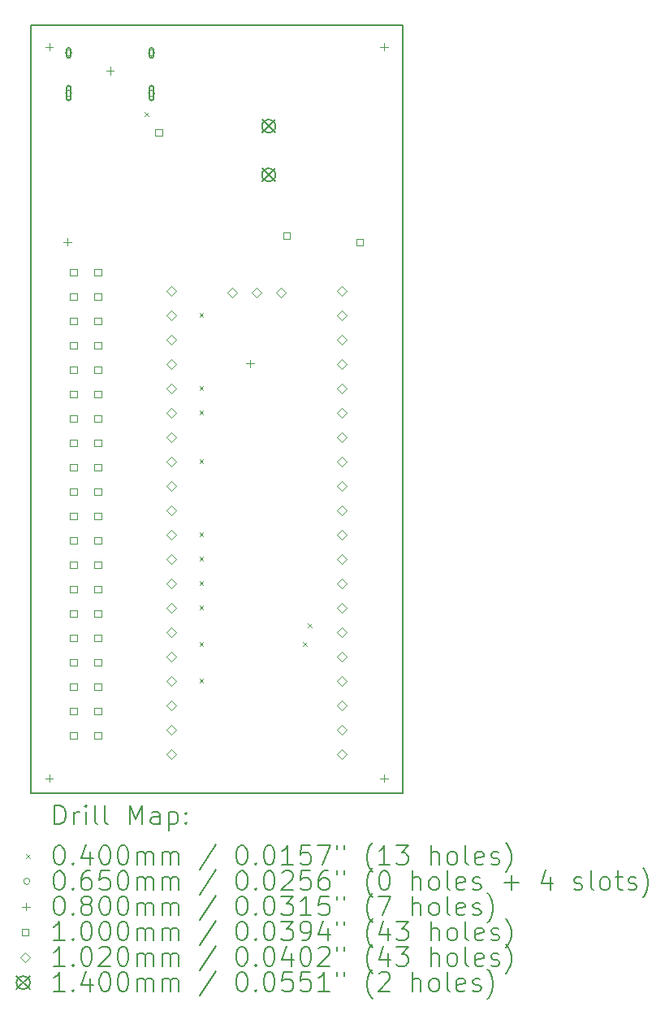
<source format=gbr>
%FSLAX45Y45*%
G04 Gerber Fmt 4.5, Leading zero omitted, Abs format (unit mm)*
G04 Created by KiCad (PCBNEW (6.0.4)) date 2022-03-30 16:46:37*
%MOMM*%
%LPD*%
G01*
G04 APERTURE LIST*
%TA.AperFunction,Profile*%
%ADD10C,0.200000*%
%TD*%
%ADD11C,0.200000*%
%ADD12C,0.040000*%
%ADD13C,0.065000*%
%ADD14C,0.080000*%
%ADD15C,0.100000*%
%ADD16C,0.102000*%
%ADD17C,0.140000*%
G04 APERTURE END LIST*
D10*
X10350500Y-1492250D02*
X14224000Y-1492250D01*
X14224000Y-1492250D02*
X14224000Y-9493250D01*
X14224000Y-9493250D02*
X10350500Y-9493250D01*
X10350500Y-9493250D02*
X10350500Y-1492250D01*
D11*
D12*
X11537000Y-2393000D02*
X11577000Y-2433000D01*
X11577000Y-2393000D02*
X11537000Y-2433000D01*
X12108500Y-4488500D02*
X12148500Y-4528500D01*
X12148500Y-4488500D02*
X12108500Y-4528500D01*
X12108500Y-5250500D02*
X12148500Y-5290500D01*
X12148500Y-5250500D02*
X12108500Y-5290500D01*
X12108500Y-5504500D02*
X12148500Y-5544500D01*
X12148500Y-5504500D02*
X12108500Y-5544500D01*
X12108500Y-6012500D02*
X12148500Y-6052500D01*
X12148500Y-6012500D02*
X12108500Y-6052500D01*
X12108500Y-6774500D02*
X12148500Y-6814500D01*
X12148500Y-6774500D02*
X12108500Y-6814500D01*
X12108500Y-7028500D02*
X12148500Y-7068500D01*
X12148500Y-7028500D02*
X12108500Y-7068500D01*
X12108500Y-7282500D02*
X12148500Y-7322500D01*
X12148500Y-7282500D02*
X12108500Y-7322500D01*
X12108500Y-7536500D02*
X12148500Y-7576500D01*
X12148500Y-7536500D02*
X12108500Y-7576500D01*
X12108500Y-7917500D02*
X12148500Y-7957500D01*
X12148500Y-7917500D02*
X12108500Y-7957500D01*
X12108500Y-8298500D02*
X12148500Y-8338500D01*
X12148500Y-8298500D02*
X12108500Y-8338500D01*
X13188000Y-7917500D02*
X13228000Y-7957500D01*
X13228000Y-7917500D02*
X13188000Y-7957500D01*
X13240050Y-7718050D02*
X13280050Y-7758050D01*
X13280050Y-7718050D02*
X13240050Y-7758050D01*
D13*
X10776500Y-1778000D02*
G75*
G03*
X10776500Y-1778000I-32500J0D01*
G01*
D11*
X10766500Y-1808000D02*
X10766500Y-1748000D01*
X10721500Y-1808000D02*
X10721500Y-1748000D01*
X10766500Y-1748000D02*
G75*
G03*
X10721500Y-1748000I-22500J0D01*
G01*
X10721500Y-1808000D02*
G75*
G03*
X10766500Y-1808000I22500J0D01*
G01*
D13*
X10776500Y-2196000D02*
G75*
G03*
X10776500Y-2196000I-32500J0D01*
G01*
D11*
X10766500Y-2251000D02*
X10766500Y-2141000D01*
X10721500Y-2251000D02*
X10721500Y-2141000D01*
X10766500Y-2141000D02*
G75*
G03*
X10721500Y-2141000I-22500J0D01*
G01*
X10721500Y-2251000D02*
G75*
G03*
X10766500Y-2251000I22500J0D01*
G01*
D13*
X11640500Y-1778000D02*
G75*
G03*
X11640500Y-1778000I-32500J0D01*
G01*
D11*
X11630500Y-1808000D02*
X11630500Y-1748000D01*
X11585500Y-1808000D02*
X11585500Y-1748000D01*
X11630500Y-1748000D02*
G75*
G03*
X11585500Y-1748000I-22500J0D01*
G01*
X11585500Y-1808000D02*
G75*
G03*
X11630500Y-1808000I22500J0D01*
G01*
D13*
X11640500Y-2196000D02*
G75*
G03*
X11640500Y-2196000I-32500J0D01*
G01*
D11*
X11630500Y-2251000D02*
X11630500Y-2141000D01*
X11585500Y-2251000D02*
X11585500Y-2141000D01*
X11630500Y-2141000D02*
G75*
G03*
X11585500Y-2141000I-22500J0D01*
G01*
X11585500Y-2251000D02*
G75*
G03*
X11630500Y-2251000I22500J0D01*
G01*
D14*
X10541000Y-1674500D02*
X10541000Y-1754500D01*
X10501000Y-1714500D02*
X10581000Y-1714500D01*
X10541000Y-9294500D02*
X10541000Y-9374500D01*
X10501000Y-9334500D02*
X10581000Y-9334500D01*
X10731500Y-3706500D02*
X10731500Y-3786500D01*
X10691500Y-3746500D02*
X10771500Y-3746500D01*
X11176000Y-1924250D02*
X11176000Y-2004250D01*
X11136000Y-1964250D02*
X11216000Y-1964250D01*
X12635902Y-4974735D02*
X12635902Y-5054735D01*
X12595902Y-5014735D02*
X12675902Y-5014735D01*
X14033500Y-1674500D02*
X14033500Y-1754500D01*
X13993500Y-1714500D02*
X14073500Y-1714500D01*
X14033500Y-9294500D02*
X14033500Y-9374500D01*
X13993500Y-9334500D02*
X14073500Y-9334500D01*
D15*
X10830356Y-4099356D02*
X10830356Y-4028644D01*
X10759644Y-4028644D01*
X10759644Y-4099356D01*
X10830356Y-4099356D01*
X10830356Y-4353356D02*
X10830356Y-4282644D01*
X10759644Y-4282644D01*
X10759644Y-4353356D01*
X10830356Y-4353356D01*
X10830356Y-4607356D02*
X10830356Y-4536644D01*
X10759644Y-4536644D01*
X10759644Y-4607356D01*
X10830356Y-4607356D01*
X10830356Y-4861356D02*
X10830356Y-4790644D01*
X10759644Y-4790644D01*
X10759644Y-4861356D01*
X10830356Y-4861356D01*
X10830356Y-5115356D02*
X10830356Y-5044644D01*
X10759644Y-5044644D01*
X10759644Y-5115356D01*
X10830356Y-5115356D01*
X10830356Y-5369356D02*
X10830356Y-5298644D01*
X10759644Y-5298644D01*
X10759644Y-5369356D01*
X10830356Y-5369356D01*
X10830356Y-5623356D02*
X10830356Y-5552644D01*
X10759644Y-5552644D01*
X10759644Y-5623356D01*
X10830356Y-5623356D01*
X10830356Y-5877356D02*
X10830356Y-5806644D01*
X10759644Y-5806644D01*
X10759644Y-5877356D01*
X10830356Y-5877356D01*
X10830356Y-6131356D02*
X10830356Y-6060644D01*
X10759644Y-6060644D01*
X10759644Y-6131356D01*
X10830356Y-6131356D01*
X10830356Y-6385356D02*
X10830356Y-6314644D01*
X10759644Y-6314644D01*
X10759644Y-6385356D01*
X10830356Y-6385356D01*
X10830356Y-6639356D02*
X10830356Y-6568644D01*
X10759644Y-6568644D01*
X10759644Y-6639356D01*
X10830356Y-6639356D01*
X10830356Y-6893356D02*
X10830356Y-6822644D01*
X10759644Y-6822644D01*
X10759644Y-6893356D01*
X10830356Y-6893356D01*
X10830356Y-7147356D02*
X10830356Y-7076644D01*
X10759644Y-7076644D01*
X10759644Y-7147356D01*
X10830356Y-7147356D01*
X10830356Y-7401356D02*
X10830356Y-7330644D01*
X10759644Y-7330644D01*
X10759644Y-7401356D01*
X10830356Y-7401356D01*
X10830356Y-7655356D02*
X10830356Y-7584644D01*
X10759644Y-7584644D01*
X10759644Y-7655356D01*
X10830356Y-7655356D01*
X10830356Y-7909356D02*
X10830356Y-7838644D01*
X10759644Y-7838644D01*
X10759644Y-7909356D01*
X10830356Y-7909356D01*
X10830356Y-8163356D02*
X10830356Y-8092644D01*
X10759644Y-8092644D01*
X10759644Y-8163356D01*
X10830356Y-8163356D01*
X10830356Y-8417356D02*
X10830356Y-8346644D01*
X10759644Y-8346644D01*
X10759644Y-8417356D01*
X10830356Y-8417356D01*
X10830356Y-8671356D02*
X10830356Y-8600644D01*
X10759644Y-8600644D01*
X10759644Y-8671356D01*
X10830356Y-8671356D01*
X10830356Y-8925356D02*
X10830356Y-8854644D01*
X10759644Y-8854644D01*
X10759644Y-8925356D01*
X10830356Y-8925356D01*
X11084356Y-4099356D02*
X11084356Y-4028644D01*
X11013644Y-4028644D01*
X11013644Y-4099356D01*
X11084356Y-4099356D01*
X11084356Y-4353356D02*
X11084356Y-4282644D01*
X11013644Y-4282644D01*
X11013644Y-4353356D01*
X11084356Y-4353356D01*
X11084356Y-4607356D02*
X11084356Y-4536644D01*
X11013644Y-4536644D01*
X11013644Y-4607356D01*
X11084356Y-4607356D01*
X11084356Y-4861356D02*
X11084356Y-4790644D01*
X11013644Y-4790644D01*
X11013644Y-4861356D01*
X11084356Y-4861356D01*
X11084356Y-5115356D02*
X11084356Y-5044644D01*
X11013644Y-5044644D01*
X11013644Y-5115356D01*
X11084356Y-5115356D01*
X11084356Y-5369356D02*
X11084356Y-5298644D01*
X11013644Y-5298644D01*
X11013644Y-5369356D01*
X11084356Y-5369356D01*
X11084356Y-5623356D02*
X11084356Y-5552644D01*
X11013644Y-5552644D01*
X11013644Y-5623356D01*
X11084356Y-5623356D01*
X11084356Y-5877356D02*
X11084356Y-5806644D01*
X11013644Y-5806644D01*
X11013644Y-5877356D01*
X11084356Y-5877356D01*
X11084356Y-6131356D02*
X11084356Y-6060644D01*
X11013644Y-6060644D01*
X11013644Y-6131356D01*
X11084356Y-6131356D01*
X11084356Y-6385356D02*
X11084356Y-6314644D01*
X11013644Y-6314644D01*
X11013644Y-6385356D01*
X11084356Y-6385356D01*
X11084356Y-6639356D02*
X11084356Y-6568644D01*
X11013644Y-6568644D01*
X11013644Y-6639356D01*
X11084356Y-6639356D01*
X11084356Y-6893356D02*
X11084356Y-6822644D01*
X11013644Y-6822644D01*
X11013644Y-6893356D01*
X11084356Y-6893356D01*
X11084356Y-7147356D02*
X11084356Y-7076644D01*
X11013644Y-7076644D01*
X11013644Y-7147356D01*
X11084356Y-7147356D01*
X11084356Y-7401356D02*
X11084356Y-7330644D01*
X11013644Y-7330644D01*
X11013644Y-7401356D01*
X11084356Y-7401356D01*
X11084356Y-7655356D02*
X11084356Y-7584644D01*
X11013644Y-7584644D01*
X11013644Y-7655356D01*
X11084356Y-7655356D01*
X11084356Y-7909356D02*
X11084356Y-7838644D01*
X11013644Y-7838644D01*
X11013644Y-7909356D01*
X11084356Y-7909356D01*
X11084356Y-8163356D02*
X11084356Y-8092644D01*
X11013644Y-8092644D01*
X11013644Y-8163356D01*
X11084356Y-8163356D01*
X11084356Y-8417356D02*
X11084356Y-8346644D01*
X11013644Y-8346644D01*
X11013644Y-8417356D01*
X11084356Y-8417356D01*
X11084356Y-8671356D02*
X11084356Y-8600644D01*
X11013644Y-8600644D01*
X11013644Y-8671356D01*
X11084356Y-8671356D01*
X11084356Y-8925356D02*
X11084356Y-8854644D01*
X11013644Y-8854644D01*
X11013644Y-8925356D01*
X11084356Y-8925356D01*
X11719356Y-2638856D02*
X11719356Y-2568144D01*
X11648644Y-2568144D01*
X11648644Y-2638856D01*
X11719356Y-2638856D01*
X13052856Y-3718356D02*
X13052856Y-3647644D01*
X12982144Y-3647644D01*
X12982144Y-3718356D01*
X13052856Y-3718356D01*
X13814856Y-3781856D02*
X13814856Y-3711144D01*
X13744144Y-3711144D01*
X13744144Y-3781856D01*
X13814856Y-3781856D01*
D16*
X11811000Y-4305500D02*
X11862000Y-4254500D01*
X11811000Y-4203500D01*
X11760000Y-4254500D01*
X11811000Y-4305500D01*
X11811000Y-4559500D02*
X11862000Y-4508500D01*
X11811000Y-4457500D01*
X11760000Y-4508500D01*
X11811000Y-4559500D01*
X11811000Y-4813500D02*
X11862000Y-4762500D01*
X11811000Y-4711500D01*
X11760000Y-4762500D01*
X11811000Y-4813500D01*
X11811000Y-5067500D02*
X11862000Y-5016500D01*
X11811000Y-4965500D01*
X11760000Y-5016500D01*
X11811000Y-5067500D01*
X11811000Y-5321500D02*
X11862000Y-5270500D01*
X11811000Y-5219500D01*
X11760000Y-5270500D01*
X11811000Y-5321500D01*
X11811000Y-5575500D02*
X11862000Y-5524500D01*
X11811000Y-5473500D01*
X11760000Y-5524500D01*
X11811000Y-5575500D01*
X11811000Y-5829500D02*
X11862000Y-5778500D01*
X11811000Y-5727500D01*
X11760000Y-5778500D01*
X11811000Y-5829500D01*
X11811000Y-6083500D02*
X11862000Y-6032500D01*
X11811000Y-5981500D01*
X11760000Y-6032500D01*
X11811000Y-6083500D01*
X11811000Y-6337500D02*
X11862000Y-6286500D01*
X11811000Y-6235500D01*
X11760000Y-6286500D01*
X11811000Y-6337500D01*
X11811000Y-6591500D02*
X11862000Y-6540500D01*
X11811000Y-6489500D01*
X11760000Y-6540500D01*
X11811000Y-6591500D01*
X11811000Y-6845500D02*
X11862000Y-6794500D01*
X11811000Y-6743500D01*
X11760000Y-6794500D01*
X11811000Y-6845500D01*
X11811000Y-7099500D02*
X11862000Y-7048500D01*
X11811000Y-6997500D01*
X11760000Y-7048500D01*
X11811000Y-7099500D01*
X11811000Y-7353500D02*
X11862000Y-7302500D01*
X11811000Y-7251500D01*
X11760000Y-7302500D01*
X11811000Y-7353500D01*
X11811000Y-7607500D02*
X11862000Y-7556500D01*
X11811000Y-7505500D01*
X11760000Y-7556500D01*
X11811000Y-7607500D01*
X11811000Y-7861500D02*
X11862000Y-7810500D01*
X11811000Y-7759500D01*
X11760000Y-7810500D01*
X11811000Y-7861500D01*
X11811000Y-8115500D02*
X11862000Y-8064500D01*
X11811000Y-8013500D01*
X11760000Y-8064500D01*
X11811000Y-8115500D01*
X11811000Y-8369500D02*
X11862000Y-8318500D01*
X11811000Y-8267500D01*
X11760000Y-8318500D01*
X11811000Y-8369500D01*
X11811000Y-8623500D02*
X11862000Y-8572500D01*
X11811000Y-8521500D01*
X11760000Y-8572500D01*
X11811000Y-8623500D01*
X11811000Y-8877500D02*
X11862000Y-8826500D01*
X11811000Y-8775500D01*
X11760000Y-8826500D01*
X11811000Y-8877500D01*
X11811000Y-9131500D02*
X11862000Y-9080500D01*
X11811000Y-9029500D01*
X11760000Y-9080500D01*
X11811000Y-9131500D01*
X12446000Y-4328500D02*
X12497000Y-4277500D01*
X12446000Y-4226500D01*
X12395000Y-4277500D01*
X12446000Y-4328500D01*
X12700000Y-4328500D02*
X12751000Y-4277500D01*
X12700000Y-4226500D01*
X12649000Y-4277500D01*
X12700000Y-4328500D01*
X12954000Y-4328500D02*
X13005000Y-4277500D01*
X12954000Y-4226500D01*
X12903000Y-4277500D01*
X12954000Y-4328500D01*
X13589000Y-4305500D02*
X13640000Y-4254500D01*
X13589000Y-4203500D01*
X13538000Y-4254500D01*
X13589000Y-4305500D01*
X13589000Y-4559500D02*
X13640000Y-4508500D01*
X13589000Y-4457500D01*
X13538000Y-4508500D01*
X13589000Y-4559500D01*
X13589000Y-4813500D02*
X13640000Y-4762500D01*
X13589000Y-4711500D01*
X13538000Y-4762500D01*
X13589000Y-4813500D01*
X13589000Y-5067500D02*
X13640000Y-5016500D01*
X13589000Y-4965500D01*
X13538000Y-5016500D01*
X13589000Y-5067500D01*
X13589000Y-5321500D02*
X13640000Y-5270500D01*
X13589000Y-5219500D01*
X13538000Y-5270500D01*
X13589000Y-5321500D01*
X13589000Y-5575500D02*
X13640000Y-5524500D01*
X13589000Y-5473500D01*
X13538000Y-5524500D01*
X13589000Y-5575500D01*
X13589000Y-5829500D02*
X13640000Y-5778500D01*
X13589000Y-5727500D01*
X13538000Y-5778500D01*
X13589000Y-5829500D01*
X13589000Y-6083500D02*
X13640000Y-6032500D01*
X13589000Y-5981500D01*
X13538000Y-6032500D01*
X13589000Y-6083500D01*
X13589000Y-6337500D02*
X13640000Y-6286500D01*
X13589000Y-6235500D01*
X13538000Y-6286500D01*
X13589000Y-6337500D01*
X13589000Y-6591500D02*
X13640000Y-6540500D01*
X13589000Y-6489500D01*
X13538000Y-6540500D01*
X13589000Y-6591500D01*
X13589000Y-6845500D02*
X13640000Y-6794500D01*
X13589000Y-6743500D01*
X13538000Y-6794500D01*
X13589000Y-6845500D01*
X13589000Y-7099500D02*
X13640000Y-7048500D01*
X13589000Y-6997500D01*
X13538000Y-7048500D01*
X13589000Y-7099500D01*
X13589000Y-7353500D02*
X13640000Y-7302500D01*
X13589000Y-7251500D01*
X13538000Y-7302500D01*
X13589000Y-7353500D01*
X13589000Y-7607500D02*
X13640000Y-7556500D01*
X13589000Y-7505500D01*
X13538000Y-7556500D01*
X13589000Y-7607500D01*
X13589000Y-7861500D02*
X13640000Y-7810500D01*
X13589000Y-7759500D01*
X13538000Y-7810500D01*
X13589000Y-7861500D01*
X13589000Y-8115500D02*
X13640000Y-8064500D01*
X13589000Y-8013500D01*
X13538000Y-8064500D01*
X13589000Y-8115500D01*
X13589000Y-8369500D02*
X13640000Y-8318500D01*
X13589000Y-8267500D01*
X13538000Y-8318500D01*
X13589000Y-8369500D01*
X13589000Y-8623500D02*
X13640000Y-8572500D01*
X13589000Y-8521500D01*
X13538000Y-8572500D01*
X13589000Y-8623500D01*
X13589000Y-8877500D02*
X13640000Y-8826500D01*
X13589000Y-8775500D01*
X13538000Y-8826500D01*
X13589000Y-8877500D01*
X13589000Y-9131500D02*
X13640000Y-9080500D01*
X13589000Y-9029500D01*
X13538000Y-9080500D01*
X13589000Y-9131500D01*
D17*
X12760250Y-2470000D02*
X12900250Y-2610000D01*
X12900250Y-2470000D02*
X12760250Y-2610000D01*
X12900250Y-2540000D02*
G75*
G03*
X12900250Y-2540000I-70000J0D01*
G01*
X12760250Y-2978000D02*
X12900250Y-3118000D01*
X12900250Y-2978000D02*
X12760250Y-3118000D01*
X12900250Y-3048000D02*
G75*
G03*
X12900250Y-3048000I-70000J0D01*
G01*
D11*
X10598119Y-9813726D02*
X10598119Y-9613726D01*
X10645738Y-9613726D01*
X10674310Y-9623250D01*
X10693357Y-9642298D01*
X10702881Y-9661345D01*
X10712405Y-9699440D01*
X10712405Y-9728012D01*
X10702881Y-9766107D01*
X10693357Y-9785155D01*
X10674310Y-9804202D01*
X10645738Y-9813726D01*
X10598119Y-9813726D01*
X10798119Y-9813726D02*
X10798119Y-9680393D01*
X10798119Y-9718488D02*
X10807643Y-9699440D01*
X10817167Y-9689917D01*
X10836214Y-9680393D01*
X10855262Y-9680393D01*
X10921929Y-9813726D02*
X10921929Y-9680393D01*
X10921929Y-9613726D02*
X10912405Y-9623250D01*
X10921929Y-9632774D01*
X10931452Y-9623250D01*
X10921929Y-9613726D01*
X10921929Y-9632774D01*
X11045738Y-9813726D02*
X11026690Y-9804202D01*
X11017167Y-9785155D01*
X11017167Y-9613726D01*
X11150500Y-9813726D02*
X11131452Y-9804202D01*
X11121929Y-9785155D01*
X11121929Y-9613726D01*
X11379071Y-9813726D02*
X11379071Y-9613726D01*
X11445738Y-9756583D01*
X11512405Y-9613726D01*
X11512405Y-9813726D01*
X11693357Y-9813726D02*
X11693357Y-9708964D01*
X11683833Y-9689917D01*
X11664786Y-9680393D01*
X11626690Y-9680393D01*
X11607643Y-9689917D01*
X11693357Y-9804202D02*
X11674309Y-9813726D01*
X11626690Y-9813726D01*
X11607643Y-9804202D01*
X11598119Y-9785155D01*
X11598119Y-9766107D01*
X11607643Y-9747060D01*
X11626690Y-9737536D01*
X11674309Y-9737536D01*
X11693357Y-9728012D01*
X11788595Y-9680393D02*
X11788595Y-9880393D01*
X11788595Y-9689917D02*
X11807643Y-9680393D01*
X11845738Y-9680393D01*
X11864786Y-9689917D01*
X11874309Y-9699440D01*
X11883833Y-9718488D01*
X11883833Y-9775631D01*
X11874309Y-9794679D01*
X11864786Y-9804202D01*
X11845738Y-9813726D01*
X11807643Y-9813726D01*
X11788595Y-9804202D01*
X11969548Y-9794679D02*
X11979071Y-9804202D01*
X11969548Y-9813726D01*
X11960024Y-9804202D01*
X11969548Y-9794679D01*
X11969548Y-9813726D01*
X11969548Y-9689917D02*
X11979071Y-9699440D01*
X11969548Y-9708964D01*
X11960024Y-9699440D01*
X11969548Y-9689917D01*
X11969548Y-9708964D01*
D12*
X10300500Y-10123250D02*
X10340500Y-10163250D01*
X10340500Y-10123250D02*
X10300500Y-10163250D01*
D11*
X10636214Y-10033726D02*
X10655262Y-10033726D01*
X10674310Y-10043250D01*
X10683833Y-10052774D01*
X10693357Y-10071821D01*
X10702881Y-10109917D01*
X10702881Y-10157536D01*
X10693357Y-10195631D01*
X10683833Y-10214679D01*
X10674310Y-10224202D01*
X10655262Y-10233726D01*
X10636214Y-10233726D01*
X10617167Y-10224202D01*
X10607643Y-10214679D01*
X10598119Y-10195631D01*
X10588595Y-10157536D01*
X10588595Y-10109917D01*
X10598119Y-10071821D01*
X10607643Y-10052774D01*
X10617167Y-10043250D01*
X10636214Y-10033726D01*
X10788595Y-10214679D02*
X10798119Y-10224202D01*
X10788595Y-10233726D01*
X10779071Y-10224202D01*
X10788595Y-10214679D01*
X10788595Y-10233726D01*
X10969548Y-10100393D02*
X10969548Y-10233726D01*
X10921929Y-10024202D02*
X10874310Y-10167060D01*
X10998119Y-10167060D01*
X11112405Y-10033726D02*
X11131452Y-10033726D01*
X11150500Y-10043250D01*
X11160024Y-10052774D01*
X11169548Y-10071821D01*
X11179071Y-10109917D01*
X11179071Y-10157536D01*
X11169548Y-10195631D01*
X11160024Y-10214679D01*
X11150500Y-10224202D01*
X11131452Y-10233726D01*
X11112405Y-10233726D01*
X11093357Y-10224202D01*
X11083833Y-10214679D01*
X11074310Y-10195631D01*
X11064786Y-10157536D01*
X11064786Y-10109917D01*
X11074310Y-10071821D01*
X11083833Y-10052774D01*
X11093357Y-10043250D01*
X11112405Y-10033726D01*
X11302881Y-10033726D02*
X11321928Y-10033726D01*
X11340976Y-10043250D01*
X11350500Y-10052774D01*
X11360024Y-10071821D01*
X11369548Y-10109917D01*
X11369548Y-10157536D01*
X11360024Y-10195631D01*
X11350500Y-10214679D01*
X11340976Y-10224202D01*
X11321928Y-10233726D01*
X11302881Y-10233726D01*
X11283833Y-10224202D01*
X11274309Y-10214679D01*
X11264786Y-10195631D01*
X11255262Y-10157536D01*
X11255262Y-10109917D01*
X11264786Y-10071821D01*
X11274309Y-10052774D01*
X11283833Y-10043250D01*
X11302881Y-10033726D01*
X11455262Y-10233726D02*
X11455262Y-10100393D01*
X11455262Y-10119440D02*
X11464786Y-10109917D01*
X11483833Y-10100393D01*
X11512405Y-10100393D01*
X11531452Y-10109917D01*
X11540976Y-10128964D01*
X11540976Y-10233726D01*
X11540976Y-10128964D02*
X11550500Y-10109917D01*
X11569548Y-10100393D01*
X11598119Y-10100393D01*
X11617167Y-10109917D01*
X11626690Y-10128964D01*
X11626690Y-10233726D01*
X11721928Y-10233726D02*
X11721928Y-10100393D01*
X11721928Y-10119440D02*
X11731452Y-10109917D01*
X11750500Y-10100393D01*
X11779071Y-10100393D01*
X11798119Y-10109917D01*
X11807643Y-10128964D01*
X11807643Y-10233726D01*
X11807643Y-10128964D02*
X11817167Y-10109917D01*
X11836214Y-10100393D01*
X11864786Y-10100393D01*
X11883833Y-10109917D01*
X11893357Y-10128964D01*
X11893357Y-10233726D01*
X12283833Y-10024202D02*
X12112405Y-10281345D01*
X12540976Y-10033726D02*
X12560024Y-10033726D01*
X12579071Y-10043250D01*
X12588595Y-10052774D01*
X12598119Y-10071821D01*
X12607643Y-10109917D01*
X12607643Y-10157536D01*
X12598119Y-10195631D01*
X12588595Y-10214679D01*
X12579071Y-10224202D01*
X12560024Y-10233726D01*
X12540976Y-10233726D01*
X12521928Y-10224202D01*
X12512405Y-10214679D01*
X12502881Y-10195631D01*
X12493357Y-10157536D01*
X12493357Y-10109917D01*
X12502881Y-10071821D01*
X12512405Y-10052774D01*
X12521928Y-10043250D01*
X12540976Y-10033726D01*
X12693357Y-10214679D02*
X12702881Y-10224202D01*
X12693357Y-10233726D01*
X12683833Y-10224202D01*
X12693357Y-10214679D01*
X12693357Y-10233726D01*
X12826690Y-10033726D02*
X12845738Y-10033726D01*
X12864786Y-10043250D01*
X12874309Y-10052774D01*
X12883833Y-10071821D01*
X12893357Y-10109917D01*
X12893357Y-10157536D01*
X12883833Y-10195631D01*
X12874309Y-10214679D01*
X12864786Y-10224202D01*
X12845738Y-10233726D01*
X12826690Y-10233726D01*
X12807643Y-10224202D01*
X12798119Y-10214679D01*
X12788595Y-10195631D01*
X12779071Y-10157536D01*
X12779071Y-10109917D01*
X12788595Y-10071821D01*
X12798119Y-10052774D01*
X12807643Y-10043250D01*
X12826690Y-10033726D01*
X13083833Y-10233726D02*
X12969548Y-10233726D01*
X13026690Y-10233726D02*
X13026690Y-10033726D01*
X13007643Y-10062298D01*
X12988595Y-10081345D01*
X12969548Y-10090869D01*
X13264786Y-10033726D02*
X13169548Y-10033726D01*
X13160024Y-10128964D01*
X13169548Y-10119440D01*
X13188595Y-10109917D01*
X13236214Y-10109917D01*
X13255262Y-10119440D01*
X13264786Y-10128964D01*
X13274309Y-10148012D01*
X13274309Y-10195631D01*
X13264786Y-10214679D01*
X13255262Y-10224202D01*
X13236214Y-10233726D01*
X13188595Y-10233726D01*
X13169548Y-10224202D01*
X13160024Y-10214679D01*
X13340976Y-10033726D02*
X13474309Y-10033726D01*
X13388595Y-10233726D01*
X13540976Y-10033726D02*
X13540976Y-10071821D01*
X13617167Y-10033726D02*
X13617167Y-10071821D01*
X13912405Y-10309917D02*
X13902881Y-10300393D01*
X13883833Y-10271821D01*
X13874309Y-10252774D01*
X13864786Y-10224202D01*
X13855262Y-10176583D01*
X13855262Y-10138488D01*
X13864786Y-10090869D01*
X13874309Y-10062298D01*
X13883833Y-10043250D01*
X13902881Y-10014679D01*
X13912405Y-10005155D01*
X14093357Y-10233726D02*
X13979071Y-10233726D01*
X14036214Y-10233726D02*
X14036214Y-10033726D01*
X14017167Y-10062298D01*
X13998119Y-10081345D01*
X13979071Y-10090869D01*
X14160024Y-10033726D02*
X14283833Y-10033726D01*
X14217167Y-10109917D01*
X14245738Y-10109917D01*
X14264786Y-10119440D01*
X14274309Y-10128964D01*
X14283833Y-10148012D01*
X14283833Y-10195631D01*
X14274309Y-10214679D01*
X14264786Y-10224202D01*
X14245738Y-10233726D01*
X14188595Y-10233726D01*
X14169548Y-10224202D01*
X14160024Y-10214679D01*
X14521928Y-10233726D02*
X14521928Y-10033726D01*
X14607643Y-10233726D02*
X14607643Y-10128964D01*
X14598119Y-10109917D01*
X14579071Y-10100393D01*
X14550500Y-10100393D01*
X14531452Y-10109917D01*
X14521928Y-10119440D01*
X14731452Y-10233726D02*
X14712405Y-10224202D01*
X14702881Y-10214679D01*
X14693357Y-10195631D01*
X14693357Y-10138488D01*
X14702881Y-10119440D01*
X14712405Y-10109917D01*
X14731452Y-10100393D01*
X14760024Y-10100393D01*
X14779071Y-10109917D01*
X14788595Y-10119440D01*
X14798119Y-10138488D01*
X14798119Y-10195631D01*
X14788595Y-10214679D01*
X14779071Y-10224202D01*
X14760024Y-10233726D01*
X14731452Y-10233726D01*
X14912405Y-10233726D02*
X14893357Y-10224202D01*
X14883833Y-10205155D01*
X14883833Y-10033726D01*
X15064786Y-10224202D02*
X15045738Y-10233726D01*
X15007643Y-10233726D01*
X14988595Y-10224202D01*
X14979071Y-10205155D01*
X14979071Y-10128964D01*
X14988595Y-10109917D01*
X15007643Y-10100393D01*
X15045738Y-10100393D01*
X15064786Y-10109917D01*
X15074309Y-10128964D01*
X15074309Y-10148012D01*
X14979071Y-10167060D01*
X15150500Y-10224202D02*
X15169548Y-10233726D01*
X15207643Y-10233726D01*
X15226690Y-10224202D01*
X15236214Y-10205155D01*
X15236214Y-10195631D01*
X15226690Y-10176583D01*
X15207643Y-10167060D01*
X15179071Y-10167060D01*
X15160024Y-10157536D01*
X15150500Y-10138488D01*
X15150500Y-10128964D01*
X15160024Y-10109917D01*
X15179071Y-10100393D01*
X15207643Y-10100393D01*
X15226690Y-10109917D01*
X15302881Y-10309917D02*
X15312405Y-10300393D01*
X15331452Y-10271821D01*
X15340976Y-10252774D01*
X15350500Y-10224202D01*
X15360024Y-10176583D01*
X15360024Y-10138488D01*
X15350500Y-10090869D01*
X15340976Y-10062298D01*
X15331452Y-10043250D01*
X15312405Y-10014679D01*
X15302881Y-10005155D01*
D13*
X10340500Y-10407250D02*
G75*
G03*
X10340500Y-10407250I-32500J0D01*
G01*
D11*
X10636214Y-10297726D02*
X10655262Y-10297726D01*
X10674310Y-10307250D01*
X10683833Y-10316774D01*
X10693357Y-10335821D01*
X10702881Y-10373917D01*
X10702881Y-10421536D01*
X10693357Y-10459631D01*
X10683833Y-10478679D01*
X10674310Y-10488202D01*
X10655262Y-10497726D01*
X10636214Y-10497726D01*
X10617167Y-10488202D01*
X10607643Y-10478679D01*
X10598119Y-10459631D01*
X10588595Y-10421536D01*
X10588595Y-10373917D01*
X10598119Y-10335821D01*
X10607643Y-10316774D01*
X10617167Y-10307250D01*
X10636214Y-10297726D01*
X10788595Y-10478679D02*
X10798119Y-10488202D01*
X10788595Y-10497726D01*
X10779071Y-10488202D01*
X10788595Y-10478679D01*
X10788595Y-10497726D01*
X10969548Y-10297726D02*
X10931452Y-10297726D01*
X10912405Y-10307250D01*
X10902881Y-10316774D01*
X10883833Y-10345345D01*
X10874310Y-10383440D01*
X10874310Y-10459631D01*
X10883833Y-10478679D01*
X10893357Y-10488202D01*
X10912405Y-10497726D01*
X10950500Y-10497726D01*
X10969548Y-10488202D01*
X10979071Y-10478679D01*
X10988595Y-10459631D01*
X10988595Y-10412012D01*
X10979071Y-10392964D01*
X10969548Y-10383440D01*
X10950500Y-10373917D01*
X10912405Y-10373917D01*
X10893357Y-10383440D01*
X10883833Y-10392964D01*
X10874310Y-10412012D01*
X11169548Y-10297726D02*
X11074310Y-10297726D01*
X11064786Y-10392964D01*
X11074310Y-10383440D01*
X11093357Y-10373917D01*
X11140976Y-10373917D01*
X11160024Y-10383440D01*
X11169548Y-10392964D01*
X11179071Y-10412012D01*
X11179071Y-10459631D01*
X11169548Y-10478679D01*
X11160024Y-10488202D01*
X11140976Y-10497726D01*
X11093357Y-10497726D01*
X11074310Y-10488202D01*
X11064786Y-10478679D01*
X11302881Y-10297726D02*
X11321928Y-10297726D01*
X11340976Y-10307250D01*
X11350500Y-10316774D01*
X11360024Y-10335821D01*
X11369548Y-10373917D01*
X11369548Y-10421536D01*
X11360024Y-10459631D01*
X11350500Y-10478679D01*
X11340976Y-10488202D01*
X11321928Y-10497726D01*
X11302881Y-10497726D01*
X11283833Y-10488202D01*
X11274309Y-10478679D01*
X11264786Y-10459631D01*
X11255262Y-10421536D01*
X11255262Y-10373917D01*
X11264786Y-10335821D01*
X11274309Y-10316774D01*
X11283833Y-10307250D01*
X11302881Y-10297726D01*
X11455262Y-10497726D02*
X11455262Y-10364393D01*
X11455262Y-10383440D02*
X11464786Y-10373917D01*
X11483833Y-10364393D01*
X11512405Y-10364393D01*
X11531452Y-10373917D01*
X11540976Y-10392964D01*
X11540976Y-10497726D01*
X11540976Y-10392964D02*
X11550500Y-10373917D01*
X11569548Y-10364393D01*
X11598119Y-10364393D01*
X11617167Y-10373917D01*
X11626690Y-10392964D01*
X11626690Y-10497726D01*
X11721928Y-10497726D02*
X11721928Y-10364393D01*
X11721928Y-10383440D02*
X11731452Y-10373917D01*
X11750500Y-10364393D01*
X11779071Y-10364393D01*
X11798119Y-10373917D01*
X11807643Y-10392964D01*
X11807643Y-10497726D01*
X11807643Y-10392964D02*
X11817167Y-10373917D01*
X11836214Y-10364393D01*
X11864786Y-10364393D01*
X11883833Y-10373917D01*
X11893357Y-10392964D01*
X11893357Y-10497726D01*
X12283833Y-10288202D02*
X12112405Y-10545345D01*
X12540976Y-10297726D02*
X12560024Y-10297726D01*
X12579071Y-10307250D01*
X12588595Y-10316774D01*
X12598119Y-10335821D01*
X12607643Y-10373917D01*
X12607643Y-10421536D01*
X12598119Y-10459631D01*
X12588595Y-10478679D01*
X12579071Y-10488202D01*
X12560024Y-10497726D01*
X12540976Y-10497726D01*
X12521928Y-10488202D01*
X12512405Y-10478679D01*
X12502881Y-10459631D01*
X12493357Y-10421536D01*
X12493357Y-10373917D01*
X12502881Y-10335821D01*
X12512405Y-10316774D01*
X12521928Y-10307250D01*
X12540976Y-10297726D01*
X12693357Y-10478679D02*
X12702881Y-10488202D01*
X12693357Y-10497726D01*
X12683833Y-10488202D01*
X12693357Y-10478679D01*
X12693357Y-10497726D01*
X12826690Y-10297726D02*
X12845738Y-10297726D01*
X12864786Y-10307250D01*
X12874309Y-10316774D01*
X12883833Y-10335821D01*
X12893357Y-10373917D01*
X12893357Y-10421536D01*
X12883833Y-10459631D01*
X12874309Y-10478679D01*
X12864786Y-10488202D01*
X12845738Y-10497726D01*
X12826690Y-10497726D01*
X12807643Y-10488202D01*
X12798119Y-10478679D01*
X12788595Y-10459631D01*
X12779071Y-10421536D01*
X12779071Y-10373917D01*
X12788595Y-10335821D01*
X12798119Y-10316774D01*
X12807643Y-10307250D01*
X12826690Y-10297726D01*
X12969548Y-10316774D02*
X12979071Y-10307250D01*
X12998119Y-10297726D01*
X13045738Y-10297726D01*
X13064786Y-10307250D01*
X13074309Y-10316774D01*
X13083833Y-10335821D01*
X13083833Y-10354869D01*
X13074309Y-10383440D01*
X12960024Y-10497726D01*
X13083833Y-10497726D01*
X13264786Y-10297726D02*
X13169548Y-10297726D01*
X13160024Y-10392964D01*
X13169548Y-10383440D01*
X13188595Y-10373917D01*
X13236214Y-10373917D01*
X13255262Y-10383440D01*
X13264786Y-10392964D01*
X13274309Y-10412012D01*
X13274309Y-10459631D01*
X13264786Y-10478679D01*
X13255262Y-10488202D01*
X13236214Y-10497726D01*
X13188595Y-10497726D01*
X13169548Y-10488202D01*
X13160024Y-10478679D01*
X13445738Y-10297726D02*
X13407643Y-10297726D01*
X13388595Y-10307250D01*
X13379071Y-10316774D01*
X13360024Y-10345345D01*
X13350500Y-10383440D01*
X13350500Y-10459631D01*
X13360024Y-10478679D01*
X13369548Y-10488202D01*
X13388595Y-10497726D01*
X13426690Y-10497726D01*
X13445738Y-10488202D01*
X13455262Y-10478679D01*
X13464786Y-10459631D01*
X13464786Y-10412012D01*
X13455262Y-10392964D01*
X13445738Y-10383440D01*
X13426690Y-10373917D01*
X13388595Y-10373917D01*
X13369548Y-10383440D01*
X13360024Y-10392964D01*
X13350500Y-10412012D01*
X13540976Y-10297726D02*
X13540976Y-10335821D01*
X13617167Y-10297726D02*
X13617167Y-10335821D01*
X13912405Y-10573917D02*
X13902881Y-10564393D01*
X13883833Y-10535821D01*
X13874309Y-10516774D01*
X13864786Y-10488202D01*
X13855262Y-10440583D01*
X13855262Y-10402488D01*
X13864786Y-10354869D01*
X13874309Y-10326298D01*
X13883833Y-10307250D01*
X13902881Y-10278679D01*
X13912405Y-10269155D01*
X14026690Y-10297726D02*
X14045738Y-10297726D01*
X14064786Y-10307250D01*
X14074309Y-10316774D01*
X14083833Y-10335821D01*
X14093357Y-10373917D01*
X14093357Y-10421536D01*
X14083833Y-10459631D01*
X14074309Y-10478679D01*
X14064786Y-10488202D01*
X14045738Y-10497726D01*
X14026690Y-10497726D01*
X14007643Y-10488202D01*
X13998119Y-10478679D01*
X13988595Y-10459631D01*
X13979071Y-10421536D01*
X13979071Y-10373917D01*
X13988595Y-10335821D01*
X13998119Y-10316774D01*
X14007643Y-10307250D01*
X14026690Y-10297726D01*
X14331452Y-10497726D02*
X14331452Y-10297726D01*
X14417167Y-10497726D02*
X14417167Y-10392964D01*
X14407643Y-10373917D01*
X14388595Y-10364393D01*
X14360024Y-10364393D01*
X14340976Y-10373917D01*
X14331452Y-10383440D01*
X14540976Y-10497726D02*
X14521928Y-10488202D01*
X14512405Y-10478679D01*
X14502881Y-10459631D01*
X14502881Y-10402488D01*
X14512405Y-10383440D01*
X14521928Y-10373917D01*
X14540976Y-10364393D01*
X14569548Y-10364393D01*
X14588595Y-10373917D01*
X14598119Y-10383440D01*
X14607643Y-10402488D01*
X14607643Y-10459631D01*
X14598119Y-10478679D01*
X14588595Y-10488202D01*
X14569548Y-10497726D01*
X14540976Y-10497726D01*
X14721928Y-10497726D02*
X14702881Y-10488202D01*
X14693357Y-10469155D01*
X14693357Y-10297726D01*
X14874309Y-10488202D02*
X14855262Y-10497726D01*
X14817167Y-10497726D01*
X14798119Y-10488202D01*
X14788595Y-10469155D01*
X14788595Y-10392964D01*
X14798119Y-10373917D01*
X14817167Y-10364393D01*
X14855262Y-10364393D01*
X14874309Y-10373917D01*
X14883833Y-10392964D01*
X14883833Y-10412012D01*
X14788595Y-10431060D01*
X14960024Y-10488202D02*
X14979071Y-10497726D01*
X15017167Y-10497726D01*
X15036214Y-10488202D01*
X15045738Y-10469155D01*
X15045738Y-10459631D01*
X15036214Y-10440583D01*
X15017167Y-10431060D01*
X14988595Y-10431060D01*
X14969548Y-10421536D01*
X14960024Y-10402488D01*
X14960024Y-10392964D01*
X14969548Y-10373917D01*
X14988595Y-10364393D01*
X15017167Y-10364393D01*
X15036214Y-10373917D01*
X15283833Y-10421536D02*
X15436214Y-10421536D01*
X15360024Y-10497726D02*
X15360024Y-10345345D01*
X15769548Y-10364393D02*
X15769548Y-10497726D01*
X15721928Y-10288202D02*
X15674309Y-10431060D01*
X15798119Y-10431060D01*
X16017167Y-10488202D02*
X16036214Y-10497726D01*
X16074309Y-10497726D01*
X16093357Y-10488202D01*
X16102881Y-10469155D01*
X16102881Y-10459631D01*
X16093357Y-10440583D01*
X16074309Y-10431060D01*
X16045738Y-10431060D01*
X16026690Y-10421536D01*
X16017167Y-10402488D01*
X16017167Y-10392964D01*
X16026690Y-10373917D01*
X16045738Y-10364393D01*
X16074309Y-10364393D01*
X16093357Y-10373917D01*
X16217167Y-10497726D02*
X16198119Y-10488202D01*
X16188595Y-10469155D01*
X16188595Y-10297726D01*
X16321928Y-10497726D02*
X16302881Y-10488202D01*
X16293357Y-10478679D01*
X16283833Y-10459631D01*
X16283833Y-10402488D01*
X16293357Y-10383440D01*
X16302881Y-10373917D01*
X16321928Y-10364393D01*
X16350500Y-10364393D01*
X16369548Y-10373917D01*
X16379071Y-10383440D01*
X16388595Y-10402488D01*
X16388595Y-10459631D01*
X16379071Y-10478679D01*
X16369548Y-10488202D01*
X16350500Y-10497726D01*
X16321928Y-10497726D01*
X16445738Y-10364393D02*
X16521928Y-10364393D01*
X16474309Y-10297726D02*
X16474309Y-10469155D01*
X16483833Y-10488202D01*
X16502881Y-10497726D01*
X16521928Y-10497726D01*
X16579071Y-10488202D02*
X16598119Y-10497726D01*
X16636214Y-10497726D01*
X16655262Y-10488202D01*
X16664786Y-10469155D01*
X16664786Y-10459631D01*
X16655262Y-10440583D01*
X16636214Y-10431060D01*
X16607643Y-10431060D01*
X16588595Y-10421536D01*
X16579071Y-10402488D01*
X16579071Y-10392964D01*
X16588595Y-10373917D01*
X16607643Y-10364393D01*
X16636214Y-10364393D01*
X16655262Y-10373917D01*
X16731452Y-10573917D02*
X16740976Y-10564393D01*
X16760024Y-10535821D01*
X16769548Y-10516774D01*
X16779071Y-10488202D01*
X16788595Y-10440583D01*
X16788595Y-10402488D01*
X16779071Y-10354869D01*
X16769548Y-10326298D01*
X16760024Y-10307250D01*
X16740976Y-10278679D01*
X16731452Y-10269155D01*
D14*
X10300500Y-10631250D02*
X10300500Y-10711250D01*
X10260500Y-10671250D02*
X10340500Y-10671250D01*
D11*
X10636214Y-10561726D02*
X10655262Y-10561726D01*
X10674310Y-10571250D01*
X10683833Y-10580774D01*
X10693357Y-10599821D01*
X10702881Y-10637917D01*
X10702881Y-10685536D01*
X10693357Y-10723631D01*
X10683833Y-10742679D01*
X10674310Y-10752202D01*
X10655262Y-10761726D01*
X10636214Y-10761726D01*
X10617167Y-10752202D01*
X10607643Y-10742679D01*
X10598119Y-10723631D01*
X10588595Y-10685536D01*
X10588595Y-10637917D01*
X10598119Y-10599821D01*
X10607643Y-10580774D01*
X10617167Y-10571250D01*
X10636214Y-10561726D01*
X10788595Y-10742679D02*
X10798119Y-10752202D01*
X10788595Y-10761726D01*
X10779071Y-10752202D01*
X10788595Y-10742679D01*
X10788595Y-10761726D01*
X10912405Y-10647440D02*
X10893357Y-10637917D01*
X10883833Y-10628393D01*
X10874310Y-10609345D01*
X10874310Y-10599821D01*
X10883833Y-10580774D01*
X10893357Y-10571250D01*
X10912405Y-10561726D01*
X10950500Y-10561726D01*
X10969548Y-10571250D01*
X10979071Y-10580774D01*
X10988595Y-10599821D01*
X10988595Y-10609345D01*
X10979071Y-10628393D01*
X10969548Y-10637917D01*
X10950500Y-10647440D01*
X10912405Y-10647440D01*
X10893357Y-10656964D01*
X10883833Y-10666488D01*
X10874310Y-10685536D01*
X10874310Y-10723631D01*
X10883833Y-10742679D01*
X10893357Y-10752202D01*
X10912405Y-10761726D01*
X10950500Y-10761726D01*
X10969548Y-10752202D01*
X10979071Y-10742679D01*
X10988595Y-10723631D01*
X10988595Y-10685536D01*
X10979071Y-10666488D01*
X10969548Y-10656964D01*
X10950500Y-10647440D01*
X11112405Y-10561726D02*
X11131452Y-10561726D01*
X11150500Y-10571250D01*
X11160024Y-10580774D01*
X11169548Y-10599821D01*
X11179071Y-10637917D01*
X11179071Y-10685536D01*
X11169548Y-10723631D01*
X11160024Y-10742679D01*
X11150500Y-10752202D01*
X11131452Y-10761726D01*
X11112405Y-10761726D01*
X11093357Y-10752202D01*
X11083833Y-10742679D01*
X11074310Y-10723631D01*
X11064786Y-10685536D01*
X11064786Y-10637917D01*
X11074310Y-10599821D01*
X11083833Y-10580774D01*
X11093357Y-10571250D01*
X11112405Y-10561726D01*
X11302881Y-10561726D02*
X11321928Y-10561726D01*
X11340976Y-10571250D01*
X11350500Y-10580774D01*
X11360024Y-10599821D01*
X11369548Y-10637917D01*
X11369548Y-10685536D01*
X11360024Y-10723631D01*
X11350500Y-10742679D01*
X11340976Y-10752202D01*
X11321928Y-10761726D01*
X11302881Y-10761726D01*
X11283833Y-10752202D01*
X11274309Y-10742679D01*
X11264786Y-10723631D01*
X11255262Y-10685536D01*
X11255262Y-10637917D01*
X11264786Y-10599821D01*
X11274309Y-10580774D01*
X11283833Y-10571250D01*
X11302881Y-10561726D01*
X11455262Y-10761726D02*
X11455262Y-10628393D01*
X11455262Y-10647440D02*
X11464786Y-10637917D01*
X11483833Y-10628393D01*
X11512405Y-10628393D01*
X11531452Y-10637917D01*
X11540976Y-10656964D01*
X11540976Y-10761726D01*
X11540976Y-10656964D02*
X11550500Y-10637917D01*
X11569548Y-10628393D01*
X11598119Y-10628393D01*
X11617167Y-10637917D01*
X11626690Y-10656964D01*
X11626690Y-10761726D01*
X11721928Y-10761726D02*
X11721928Y-10628393D01*
X11721928Y-10647440D02*
X11731452Y-10637917D01*
X11750500Y-10628393D01*
X11779071Y-10628393D01*
X11798119Y-10637917D01*
X11807643Y-10656964D01*
X11807643Y-10761726D01*
X11807643Y-10656964D02*
X11817167Y-10637917D01*
X11836214Y-10628393D01*
X11864786Y-10628393D01*
X11883833Y-10637917D01*
X11893357Y-10656964D01*
X11893357Y-10761726D01*
X12283833Y-10552202D02*
X12112405Y-10809345D01*
X12540976Y-10561726D02*
X12560024Y-10561726D01*
X12579071Y-10571250D01*
X12588595Y-10580774D01*
X12598119Y-10599821D01*
X12607643Y-10637917D01*
X12607643Y-10685536D01*
X12598119Y-10723631D01*
X12588595Y-10742679D01*
X12579071Y-10752202D01*
X12560024Y-10761726D01*
X12540976Y-10761726D01*
X12521928Y-10752202D01*
X12512405Y-10742679D01*
X12502881Y-10723631D01*
X12493357Y-10685536D01*
X12493357Y-10637917D01*
X12502881Y-10599821D01*
X12512405Y-10580774D01*
X12521928Y-10571250D01*
X12540976Y-10561726D01*
X12693357Y-10742679D02*
X12702881Y-10752202D01*
X12693357Y-10761726D01*
X12683833Y-10752202D01*
X12693357Y-10742679D01*
X12693357Y-10761726D01*
X12826690Y-10561726D02*
X12845738Y-10561726D01*
X12864786Y-10571250D01*
X12874309Y-10580774D01*
X12883833Y-10599821D01*
X12893357Y-10637917D01*
X12893357Y-10685536D01*
X12883833Y-10723631D01*
X12874309Y-10742679D01*
X12864786Y-10752202D01*
X12845738Y-10761726D01*
X12826690Y-10761726D01*
X12807643Y-10752202D01*
X12798119Y-10742679D01*
X12788595Y-10723631D01*
X12779071Y-10685536D01*
X12779071Y-10637917D01*
X12788595Y-10599821D01*
X12798119Y-10580774D01*
X12807643Y-10571250D01*
X12826690Y-10561726D01*
X12960024Y-10561726D02*
X13083833Y-10561726D01*
X13017167Y-10637917D01*
X13045738Y-10637917D01*
X13064786Y-10647440D01*
X13074309Y-10656964D01*
X13083833Y-10676012D01*
X13083833Y-10723631D01*
X13074309Y-10742679D01*
X13064786Y-10752202D01*
X13045738Y-10761726D01*
X12988595Y-10761726D01*
X12969548Y-10752202D01*
X12960024Y-10742679D01*
X13274309Y-10761726D02*
X13160024Y-10761726D01*
X13217167Y-10761726D02*
X13217167Y-10561726D01*
X13198119Y-10590298D01*
X13179071Y-10609345D01*
X13160024Y-10618869D01*
X13455262Y-10561726D02*
X13360024Y-10561726D01*
X13350500Y-10656964D01*
X13360024Y-10647440D01*
X13379071Y-10637917D01*
X13426690Y-10637917D01*
X13445738Y-10647440D01*
X13455262Y-10656964D01*
X13464786Y-10676012D01*
X13464786Y-10723631D01*
X13455262Y-10742679D01*
X13445738Y-10752202D01*
X13426690Y-10761726D01*
X13379071Y-10761726D01*
X13360024Y-10752202D01*
X13350500Y-10742679D01*
X13540976Y-10561726D02*
X13540976Y-10599821D01*
X13617167Y-10561726D02*
X13617167Y-10599821D01*
X13912405Y-10837917D02*
X13902881Y-10828393D01*
X13883833Y-10799821D01*
X13874309Y-10780774D01*
X13864786Y-10752202D01*
X13855262Y-10704583D01*
X13855262Y-10666488D01*
X13864786Y-10618869D01*
X13874309Y-10590298D01*
X13883833Y-10571250D01*
X13902881Y-10542679D01*
X13912405Y-10533155D01*
X13969548Y-10561726D02*
X14102881Y-10561726D01*
X14017167Y-10761726D01*
X14331452Y-10761726D02*
X14331452Y-10561726D01*
X14417167Y-10761726D02*
X14417167Y-10656964D01*
X14407643Y-10637917D01*
X14388595Y-10628393D01*
X14360024Y-10628393D01*
X14340976Y-10637917D01*
X14331452Y-10647440D01*
X14540976Y-10761726D02*
X14521928Y-10752202D01*
X14512405Y-10742679D01*
X14502881Y-10723631D01*
X14502881Y-10666488D01*
X14512405Y-10647440D01*
X14521928Y-10637917D01*
X14540976Y-10628393D01*
X14569548Y-10628393D01*
X14588595Y-10637917D01*
X14598119Y-10647440D01*
X14607643Y-10666488D01*
X14607643Y-10723631D01*
X14598119Y-10742679D01*
X14588595Y-10752202D01*
X14569548Y-10761726D01*
X14540976Y-10761726D01*
X14721928Y-10761726D02*
X14702881Y-10752202D01*
X14693357Y-10733155D01*
X14693357Y-10561726D01*
X14874309Y-10752202D02*
X14855262Y-10761726D01*
X14817167Y-10761726D01*
X14798119Y-10752202D01*
X14788595Y-10733155D01*
X14788595Y-10656964D01*
X14798119Y-10637917D01*
X14817167Y-10628393D01*
X14855262Y-10628393D01*
X14874309Y-10637917D01*
X14883833Y-10656964D01*
X14883833Y-10676012D01*
X14788595Y-10695060D01*
X14960024Y-10752202D02*
X14979071Y-10761726D01*
X15017167Y-10761726D01*
X15036214Y-10752202D01*
X15045738Y-10733155D01*
X15045738Y-10723631D01*
X15036214Y-10704583D01*
X15017167Y-10695060D01*
X14988595Y-10695060D01*
X14969548Y-10685536D01*
X14960024Y-10666488D01*
X14960024Y-10656964D01*
X14969548Y-10637917D01*
X14988595Y-10628393D01*
X15017167Y-10628393D01*
X15036214Y-10637917D01*
X15112405Y-10837917D02*
X15121928Y-10828393D01*
X15140976Y-10799821D01*
X15150500Y-10780774D01*
X15160024Y-10752202D01*
X15169548Y-10704583D01*
X15169548Y-10666488D01*
X15160024Y-10618869D01*
X15150500Y-10590298D01*
X15140976Y-10571250D01*
X15121928Y-10542679D01*
X15112405Y-10533155D01*
D15*
X10325856Y-10970606D02*
X10325856Y-10899894D01*
X10255144Y-10899894D01*
X10255144Y-10970606D01*
X10325856Y-10970606D01*
D11*
X10702881Y-11025726D02*
X10588595Y-11025726D01*
X10645738Y-11025726D02*
X10645738Y-10825726D01*
X10626690Y-10854298D01*
X10607643Y-10873345D01*
X10588595Y-10882869D01*
X10788595Y-11006679D02*
X10798119Y-11016202D01*
X10788595Y-11025726D01*
X10779071Y-11016202D01*
X10788595Y-11006679D01*
X10788595Y-11025726D01*
X10921929Y-10825726D02*
X10940976Y-10825726D01*
X10960024Y-10835250D01*
X10969548Y-10844774D01*
X10979071Y-10863821D01*
X10988595Y-10901917D01*
X10988595Y-10949536D01*
X10979071Y-10987631D01*
X10969548Y-11006679D01*
X10960024Y-11016202D01*
X10940976Y-11025726D01*
X10921929Y-11025726D01*
X10902881Y-11016202D01*
X10893357Y-11006679D01*
X10883833Y-10987631D01*
X10874310Y-10949536D01*
X10874310Y-10901917D01*
X10883833Y-10863821D01*
X10893357Y-10844774D01*
X10902881Y-10835250D01*
X10921929Y-10825726D01*
X11112405Y-10825726D02*
X11131452Y-10825726D01*
X11150500Y-10835250D01*
X11160024Y-10844774D01*
X11169548Y-10863821D01*
X11179071Y-10901917D01*
X11179071Y-10949536D01*
X11169548Y-10987631D01*
X11160024Y-11006679D01*
X11150500Y-11016202D01*
X11131452Y-11025726D01*
X11112405Y-11025726D01*
X11093357Y-11016202D01*
X11083833Y-11006679D01*
X11074310Y-10987631D01*
X11064786Y-10949536D01*
X11064786Y-10901917D01*
X11074310Y-10863821D01*
X11083833Y-10844774D01*
X11093357Y-10835250D01*
X11112405Y-10825726D01*
X11302881Y-10825726D02*
X11321928Y-10825726D01*
X11340976Y-10835250D01*
X11350500Y-10844774D01*
X11360024Y-10863821D01*
X11369548Y-10901917D01*
X11369548Y-10949536D01*
X11360024Y-10987631D01*
X11350500Y-11006679D01*
X11340976Y-11016202D01*
X11321928Y-11025726D01*
X11302881Y-11025726D01*
X11283833Y-11016202D01*
X11274309Y-11006679D01*
X11264786Y-10987631D01*
X11255262Y-10949536D01*
X11255262Y-10901917D01*
X11264786Y-10863821D01*
X11274309Y-10844774D01*
X11283833Y-10835250D01*
X11302881Y-10825726D01*
X11455262Y-11025726D02*
X11455262Y-10892393D01*
X11455262Y-10911440D02*
X11464786Y-10901917D01*
X11483833Y-10892393D01*
X11512405Y-10892393D01*
X11531452Y-10901917D01*
X11540976Y-10920964D01*
X11540976Y-11025726D01*
X11540976Y-10920964D02*
X11550500Y-10901917D01*
X11569548Y-10892393D01*
X11598119Y-10892393D01*
X11617167Y-10901917D01*
X11626690Y-10920964D01*
X11626690Y-11025726D01*
X11721928Y-11025726D02*
X11721928Y-10892393D01*
X11721928Y-10911440D02*
X11731452Y-10901917D01*
X11750500Y-10892393D01*
X11779071Y-10892393D01*
X11798119Y-10901917D01*
X11807643Y-10920964D01*
X11807643Y-11025726D01*
X11807643Y-10920964D02*
X11817167Y-10901917D01*
X11836214Y-10892393D01*
X11864786Y-10892393D01*
X11883833Y-10901917D01*
X11893357Y-10920964D01*
X11893357Y-11025726D01*
X12283833Y-10816202D02*
X12112405Y-11073345D01*
X12540976Y-10825726D02*
X12560024Y-10825726D01*
X12579071Y-10835250D01*
X12588595Y-10844774D01*
X12598119Y-10863821D01*
X12607643Y-10901917D01*
X12607643Y-10949536D01*
X12598119Y-10987631D01*
X12588595Y-11006679D01*
X12579071Y-11016202D01*
X12560024Y-11025726D01*
X12540976Y-11025726D01*
X12521928Y-11016202D01*
X12512405Y-11006679D01*
X12502881Y-10987631D01*
X12493357Y-10949536D01*
X12493357Y-10901917D01*
X12502881Y-10863821D01*
X12512405Y-10844774D01*
X12521928Y-10835250D01*
X12540976Y-10825726D01*
X12693357Y-11006679D02*
X12702881Y-11016202D01*
X12693357Y-11025726D01*
X12683833Y-11016202D01*
X12693357Y-11006679D01*
X12693357Y-11025726D01*
X12826690Y-10825726D02*
X12845738Y-10825726D01*
X12864786Y-10835250D01*
X12874309Y-10844774D01*
X12883833Y-10863821D01*
X12893357Y-10901917D01*
X12893357Y-10949536D01*
X12883833Y-10987631D01*
X12874309Y-11006679D01*
X12864786Y-11016202D01*
X12845738Y-11025726D01*
X12826690Y-11025726D01*
X12807643Y-11016202D01*
X12798119Y-11006679D01*
X12788595Y-10987631D01*
X12779071Y-10949536D01*
X12779071Y-10901917D01*
X12788595Y-10863821D01*
X12798119Y-10844774D01*
X12807643Y-10835250D01*
X12826690Y-10825726D01*
X12960024Y-10825726D02*
X13083833Y-10825726D01*
X13017167Y-10901917D01*
X13045738Y-10901917D01*
X13064786Y-10911440D01*
X13074309Y-10920964D01*
X13083833Y-10940012D01*
X13083833Y-10987631D01*
X13074309Y-11006679D01*
X13064786Y-11016202D01*
X13045738Y-11025726D01*
X12988595Y-11025726D01*
X12969548Y-11016202D01*
X12960024Y-11006679D01*
X13179071Y-11025726D02*
X13217167Y-11025726D01*
X13236214Y-11016202D01*
X13245738Y-11006679D01*
X13264786Y-10978107D01*
X13274309Y-10940012D01*
X13274309Y-10863821D01*
X13264786Y-10844774D01*
X13255262Y-10835250D01*
X13236214Y-10825726D01*
X13198119Y-10825726D01*
X13179071Y-10835250D01*
X13169548Y-10844774D01*
X13160024Y-10863821D01*
X13160024Y-10911440D01*
X13169548Y-10930488D01*
X13179071Y-10940012D01*
X13198119Y-10949536D01*
X13236214Y-10949536D01*
X13255262Y-10940012D01*
X13264786Y-10930488D01*
X13274309Y-10911440D01*
X13445738Y-10892393D02*
X13445738Y-11025726D01*
X13398119Y-10816202D02*
X13350500Y-10959060D01*
X13474309Y-10959060D01*
X13540976Y-10825726D02*
X13540976Y-10863821D01*
X13617167Y-10825726D02*
X13617167Y-10863821D01*
X13912405Y-11101917D02*
X13902881Y-11092393D01*
X13883833Y-11063821D01*
X13874309Y-11044774D01*
X13864786Y-11016202D01*
X13855262Y-10968583D01*
X13855262Y-10930488D01*
X13864786Y-10882869D01*
X13874309Y-10854298D01*
X13883833Y-10835250D01*
X13902881Y-10806679D01*
X13912405Y-10797155D01*
X14074309Y-10892393D02*
X14074309Y-11025726D01*
X14026690Y-10816202D02*
X13979071Y-10959060D01*
X14102881Y-10959060D01*
X14160024Y-10825726D02*
X14283833Y-10825726D01*
X14217167Y-10901917D01*
X14245738Y-10901917D01*
X14264786Y-10911440D01*
X14274309Y-10920964D01*
X14283833Y-10940012D01*
X14283833Y-10987631D01*
X14274309Y-11006679D01*
X14264786Y-11016202D01*
X14245738Y-11025726D01*
X14188595Y-11025726D01*
X14169548Y-11016202D01*
X14160024Y-11006679D01*
X14521928Y-11025726D02*
X14521928Y-10825726D01*
X14607643Y-11025726D02*
X14607643Y-10920964D01*
X14598119Y-10901917D01*
X14579071Y-10892393D01*
X14550500Y-10892393D01*
X14531452Y-10901917D01*
X14521928Y-10911440D01*
X14731452Y-11025726D02*
X14712405Y-11016202D01*
X14702881Y-11006679D01*
X14693357Y-10987631D01*
X14693357Y-10930488D01*
X14702881Y-10911440D01*
X14712405Y-10901917D01*
X14731452Y-10892393D01*
X14760024Y-10892393D01*
X14779071Y-10901917D01*
X14788595Y-10911440D01*
X14798119Y-10930488D01*
X14798119Y-10987631D01*
X14788595Y-11006679D01*
X14779071Y-11016202D01*
X14760024Y-11025726D01*
X14731452Y-11025726D01*
X14912405Y-11025726D02*
X14893357Y-11016202D01*
X14883833Y-10997155D01*
X14883833Y-10825726D01*
X15064786Y-11016202D02*
X15045738Y-11025726D01*
X15007643Y-11025726D01*
X14988595Y-11016202D01*
X14979071Y-10997155D01*
X14979071Y-10920964D01*
X14988595Y-10901917D01*
X15007643Y-10892393D01*
X15045738Y-10892393D01*
X15064786Y-10901917D01*
X15074309Y-10920964D01*
X15074309Y-10940012D01*
X14979071Y-10959060D01*
X15150500Y-11016202D02*
X15169548Y-11025726D01*
X15207643Y-11025726D01*
X15226690Y-11016202D01*
X15236214Y-10997155D01*
X15236214Y-10987631D01*
X15226690Y-10968583D01*
X15207643Y-10959060D01*
X15179071Y-10959060D01*
X15160024Y-10949536D01*
X15150500Y-10930488D01*
X15150500Y-10920964D01*
X15160024Y-10901917D01*
X15179071Y-10892393D01*
X15207643Y-10892393D01*
X15226690Y-10901917D01*
X15302881Y-11101917D02*
X15312405Y-11092393D01*
X15331452Y-11063821D01*
X15340976Y-11044774D01*
X15350500Y-11016202D01*
X15360024Y-10968583D01*
X15360024Y-10930488D01*
X15350500Y-10882869D01*
X15340976Y-10854298D01*
X15331452Y-10835250D01*
X15312405Y-10806679D01*
X15302881Y-10797155D01*
D16*
X10289500Y-11250250D02*
X10340500Y-11199250D01*
X10289500Y-11148250D01*
X10238500Y-11199250D01*
X10289500Y-11250250D01*
D11*
X10702881Y-11289726D02*
X10588595Y-11289726D01*
X10645738Y-11289726D02*
X10645738Y-11089726D01*
X10626690Y-11118298D01*
X10607643Y-11137345D01*
X10588595Y-11146869D01*
X10788595Y-11270678D02*
X10798119Y-11280202D01*
X10788595Y-11289726D01*
X10779071Y-11280202D01*
X10788595Y-11270678D01*
X10788595Y-11289726D01*
X10921929Y-11089726D02*
X10940976Y-11089726D01*
X10960024Y-11099250D01*
X10969548Y-11108774D01*
X10979071Y-11127821D01*
X10988595Y-11165917D01*
X10988595Y-11213536D01*
X10979071Y-11251631D01*
X10969548Y-11270678D01*
X10960024Y-11280202D01*
X10940976Y-11289726D01*
X10921929Y-11289726D01*
X10902881Y-11280202D01*
X10893357Y-11270678D01*
X10883833Y-11251631D01*
X10874310Y-11213536D01*
X10874310Y-11165917D01*
X10883833Y-11127821D01*
X10893357Y-11108774D01*
X10902881Y-11099250D01*
X10921929Y-11089726D01*
X11064786Y-11108774D02*
X11074310Y-11099250D01*
X11093357Y-11089726D01*
X11140976Y-11089726D01*
X11160024Y-11099250D01*
X11169548Y-11108774D01*
X11179071Y-11127821D01*
X11179071Y-11146869D01*
X11169548Y-11175440D01*
X11055262Y-11289726D01*
X11179071Y-11289726D01*
X11302881Y-11089726D02*
X11321928Y-11089726D01*
X11340976Y-11099250D01*
X11350500Y-11108774D01*
X11360024Y-11127821D01*
X11369548Y-11165917D01*
X11369548Y-11213536D01*
X11360024Y-11251631D01*
X11350500Y-11270678D01*
X11340976Y-11280202D01*
X11321928Y-11289726D01*
X11302881Y-11289726D01*
X11283833Y-11280202D01*
X11274309Y-11270678D01*
X11264786Y-11251631D01*
X11255262Y-11213536D01*
X11255262Y-11165917D01*
X11264786Y-11127821D01*
X11274309Y-11108774D01*
X11283833Y-11099250D01*
X11302881Y-11089726D01*
X11455262Y-11289726D02*
X11455262Y-11156393D01*
X11455262Y-11175440D02*
X11464786Y-11165917D01*
X11483833Y-11156393D01*
X11512405Y-11156393D01*
X11531452Y-11165917D01*
X11540976Y-11184964D01*
X11540976Y-11289726D01*
X11540976Y-11184964D02*
X11550500Y-11165917D01*
X11569548Y-11156393D01*
X11598119Y-11156393D01*
X11617167Y-11165917D01*
X11626690Y-11184964D01*
X11626690Y-11289726D01*
X11721928Y-11289726D02*
X11721928Y-11156393D01*
X11721928Y-11175440D02*
X11731452Y-11165917D01*
X11750500Y-11156393D01*
X11779071Y-11156393D01*
X11798119Y-11165917D01*
X11807643Y-11184964D01*
X11807643Y-11289726D01*
X11807643Y-11184964D02*
X11817167Y-11165917D01*
X11836214Y-11156393D01*
X11864786Y-11156393D01*
X11883833Y-11165917D01*
X11893357Y-11184964D01*
X11893357Y-11289726D01*
X12283833Y-11080202D02*
X12112405Y-11337345D01*
X12540976Y-11089726D02*
X12560024Y-11089726D01*
X12579071Y-11099250D01*
X12588595Y-11108774D01*
X12598119Y-11127821D01*
X12607643Y-11165917D01*
X12607643Y-11213536D01*
X12598119Y-11251631D01*
X12588595Y-11270678D01*
X12579071Y-11280202D01*
X12560024Y-11289726D01*
X12540976Y-11289726D01*
X12521928Y-11280202D01*
X12512405Y-11270678D01*
X12502881Y-11251631D01*
X12493357Y-11213536D01*
X12493357Y-11165917D01*
X12502881Y-11127821D01*
X12512405Y-11108774D01*
X12521928Y-11099250D01*
X12540976Y-11089726D01*
X12693357Y-11270678D02*
X12702881Y-11280202D01*
X12693357Y-11289726D01*
X12683833Y-11280202D01*
X12693357Y-11270678D01*
X12693357Y-11289726D01*
X12826690Y-11089726D02*
X12845738Y-11089726D01*
X12864786Y-11099250D01*
X12874309Y-11108774D01*
X12883833Y-11127821D01*
X12893357Y-11165917D01*
X12893357Y-11213536D01*
X12883833Y-11251631D01*
X12874309Y-11270678D01*
X12864786Y-11280202D01*
X12845738Y-11289726D01*
X12826690Y-11289726D01*
X12807643Y-11280202D01*
X12798119Y-11270678D01*
X12788595Y-11251631D01*
X12779071Y-11213536D01*
X12779071Y-11165917D01*
X12788595Y-11127821D01*
X12798119Y-11108774D01*
X12807643Y-11099250D01*
X12826690Y-11089726D01*
X13064786Y-11156393D02*
X13064786Y-11289726D01*
X13017167Y-11080202D02*
X12969548Y-11223059D01*
X13093357Y-11223059D01*
X13207643Y-11089726D02*
X13226690Y-11089726D01*
X13245738Y-11099250D01*
X13255262Y-11108774D01*
X13264786Y-11127821D01*
X13274309Y-11165917D01*
X13274309Y-11213536D01*
X13264786Y-11251631D01*
X13255262Y-11270678D01*
X13245738Y-11280202D01*
X13226690Y-11289726D01*
X13207643Y-11289726D01*
X13188595Y-11280202D01*
X13179071Y-11270678D01*
X13169548Y-11251631D01*
X13160024Y-11213536D01*
X13160024Y-11165917D01*
X13169548Y-11127821D01*
X13179071Y-11108774D01*
X13188595Y-11099250D01*
X13207643Y-11089726D01*
X13350500Y-11108774D02*
X13360024Y-11099250D01*
X13379071Y-11089726D01*
X13426690Y-11089726D01*
X13445738Y-11099250D01*
X13455262Y-11108774D01*
X13464786Y-11127821D01*
X13464786Y-11146869D01*
X13455262Y-11175440D01*
X13340976Y-11289726D01*
X13464786Y-11289726D01*
X13540976Y-11089726D02*
X13540976Y-11127821D01*
X13617167Y-11089726D02*
X13617167Y-11127821D01*
X13912405Y-11365917D02*
X13902881Y-11356393D01*
X13883833Y-11327821D01*
X13874309Y-11308774D01*
X13864786Y-11280202D01*
X13855262Y-11232583D01*
X13855262Y-11194488D01*
X13864786Y-11146869D01*
X13874309Y-11118298D01*
X13883833Y-11099250D01*
X13902881Y-11070679D01*
X13912405Y-11061155D01*
X14074309Y-11156393D02*
X14074309Y-11289726D01*
X14026690Y-11080202D02*
X13979071Y-11223059D01*
X14102881Y-11223059D01*
X14160024Y-11089726D02*
X14283833Y-11089726D01*
X14217167Y-11165917D01*
X14245738Y-11165917D01*
X14264786Y-11175440D01*
X14274309Y-11184964D01*
X14283833Y-11204012D01*
X14283833Y-11251631D01*
X14274309Y-11270678D01*
X14264786Y-11280202D01*
X14245738Y-11289726D01*
X14188595Y-11289726D01*
X14169548Y-11280202D01*
X14160024Y-11270678D01*
X14521928Y-11289726D02*
X14521928Y-11089726D01*
X14607643Y-11289726D02*
X14607643Y-11184964D01*
X14598119Y-11165917D01*
X14579071Y-11156393D01*
X14550500Y-11156393D01*
X14531452Y-11165917D01*
X14521928Y-11175440D01*
X14731452Y-11289726D02*
X14712405Y-11280202D01*
X14702881Y-11270678D01*
X14693357Y-11251631D01*
X14693357Y-11194488D01*
X14702881Y-11175440D01*
X14712405Y-11165917D01*
X14731452Y-11156393D01*
X14760024Y-11156393D01*
X14779071Y-11165917D01*
X14788595Y-11175440D01*
X14798119Y-11194488D01*
X14798119Y-11251631D01*
X14788595Y-11270678D01*
X14779071Y-11280202D01*
X14760024Y-11289726D01*
X14731452Y-11289726D01*
X14912405Y-11289726D02*
X14893357Y-11280202D01*
X14883833Y-11261155D01*
X14883833Y-11089726D01*
X15064786Y-11280202D02*
X15045738Y-11289726D01*
X15007643Y-11289726D01*
X14988595Y-11280202D01*
X14979071Y-11261155D01*
X14979071Y-11184964D01*
X14988595Y-11165917D01*
X15007643Y-11156393D01*
X15045738Y-11156393D01*
X15064786Y-11165917D01*
X15074309Y-11184964D01*
X15074309Y-11204012D01*
X14979071Y-11223059D01*
X15150500Y-11280202D02*
X15169548Y-11289726D01*
X15207643Y-11289726D01*
X15226690Y-11280202D01*
X15236214Y-11261155D01*
X15236214Y-11251631D01*
X15226690Y-11232583D01*
X15207643Y-11223059D01*
X15179071Y-11223059D01*
X15160024Y-11213536D01*
X15150500Y-11194488D01*
X15150500Y-11184964D01*
X15160024Y-11165917D01*
X15179071Y-11156393D01*
X15207643Y-11156393D01*
X15226690Y-11165917D01*
X15302881Y-11365917D02*
X15312405Y-11356393D01*
X15331452Y-11327821D01*
X15340976Y-11308774D01*
X15350500Y-11280202D01*
X15360024Y-11232583D01*
X15360024Y-11194488D01*
X15350500Y-11146869D01*
X15340976Y-11118298D01*
X15331452Y-11099250D01*
X15312405Y-11070679D01*
X15302881Y-11061155D01*
D17*
X10200500Y-11393250D02*
X10340500Y-11533250D01*
X10340500Y-11393250D02*
X10200500Y-11533250D01*
X10340500Y-11463250D02*
G75*
G03*
X10340500Y-11463250I-70000J0D01*
G01*
D11*
X10702881Y-11553726D02*
X10588595Y-11553726D01*
X10645738Y-11553726D02*
X10645738Y-11353726D01*
X10626690Y-11382298D01*
X10607643Y-11401345D01*
X10588595Y-11410869D01*
X10788595Y-11534678D02*
X10798119Y-11544202D01*
X10788595Y-11553726D01*
X10779071Y-11544202D01*
X10788595Y-11534678D01*
X10788595Y-11553726D01*
X10969548Y-11420393D02*
X10969548Y-11553726D01*
X10921929Y-11344202D02*
X10874310Y-11487059D01*
X10998119Y-11487059D01*
X11112405Y-11353726D02*
X11131452Y-11353726D01*
X11150500Y-11363250D01*
X11160024Y-11372774D01*
X11169548Y-11391821D01*
X11179071Y-11429917D01*
X11179071Y-11477536D01*
X11169548Y-11515631D01*
X11160024Y-11534678D01*
X11150500Y-11544202D01*
X11131452Y-11553726D01*
X11112405Y-11553726D01*
X11093357Y-11544202D01*
X11083833Y-11534678D01*
X11074310Y-11515631D01*
X11064786Y-11477536D01*
X11064786Y-11429917D01*
X11074310Y-11391821D01*
X11083833Y-11372774D01*
X11093357Y-11363250D01*
X11112405Y-11353726D01*
X11302881Y-11353726D02*
X11321928Y-11353726D01*
X11340976Y-11363250D01*
X11350500Y-11372774D01*
X11360024Y-11391821D01*
X11369548Y-11429917D01*
X11369548Y-11477536D01*
X11360024Y-11515631D01*
X11350500Y-11534678D01*
X11340976Y-11544202D01*
X11321928Y-11553726D01*
X11302881Y-11553726D01*
X11283833Y-11544202D01*
X11274309Y-11534678D01*
X11264786Y-11515631D01*
X11255262Y-11477536D01*
X11255262Y-11429917D01*
X11264786Y-11391821D01*
X11274309Y-11372774D01*
X11283833Y-11363250D01*
X11302881Y-11353726D01*
X11455262Y-11553726D02*
X11455262Y-11420393D01*
X11455262Y-11439440D02*
X11464786Y-11429917D01*
X11483833Y-11420393D01*
X11512405Y-11420393D01*
X11531452Y-11429917D01*
X11540976Y-11448964D01*
X11540976Y-11553726D01*
X11540976Y-11448964D02*
X11550500Y-11429917D01*
X11569548Y-11420393D01*
X11598119Y-11420393D01*
X11617167Y-11429917D01*
X11626690Y-11448964D01*
X11626690Y-11553726D01*
X11721928Y-11553726D02*
X11721928Y-11420393D01*
X11721928Y-11439440D02*
X11731452Y-11429917D01*
X11750500Y-11420393D01*
X11779071Y-11420393D01*
X11798119Y-11429917D01*
X11807643Y-11448964D01*
X11807643Y-11553726D01*
X11807643Y-11448964D02*
X11817167Y-11429917D01*
X11836214Y-11420393D01*
X11864786Y-11420393D01*
X11883833Y-11429917D01*
X11893357Y-11448964D01*
X11893357Y-11553726D01*
X12283833Y-11344202D02*
X12112405Y-11601345D01*
X12540976Y-11353726D02*
X12560024Y-11353726D01*
X12579071Y-11363250D01*
X12588595Y-11372774D01*
X12598119Y-11391821D01*
X12607643Y-11429917D01*
X12607643Y-11477536D01*
X12598119Y-11515631D01*
X12588595Y-11534678D01*
X12579071Y-11544202D01*
X12560024Y-11553726D01*
X12540976Y-11553726D01*
X12521928Y-11544202D01*
X12512405Y-11534678D01*
X12502881Y-11515631D01*
X12493357Y-11477536D01*
X12493357Y-11429917D01*
X12502881Y-11391821D01*
X12512405Y-11372774D01*
X12521928Y-11363250D01*
X12540976Y-11353726D01*
X12693357Y-11534678D02*
X12702881Y-11544202D01*
X12693357Y-11553726D01*
X12683833Y-11544202D01*
X12693357Y-11534678D01*
X12693357Y-11553726D01*
X12826690Y-11353726D02*
X12845738Y-11353726D01*
X12864786Y-11363250D01*
X12874309Y-11372774D01*
X12883833Y-11391821D01*
X12893357Y-11429917D01*
X12893357Y-11477536D01*
X12883833Y-11515631D01*
X12874309Y-11534678D01*
X12864786Y-11544202D01*
X12845738Y-11553726D01*
X12826690Y-11553726D01*
X12807643Y-11544202D01*
X12798119Y-11534678D01*
X12788595Y-11515631D01*
X12779071Y-11477536D01*
X12779071Y-11429917D01*
X12788595Y-11391821D01*
X12798119Y-11372774D01*
X12807643Y-11363250D01*
X12826690Y-11353726D01*
X13074309Y-11353726D02*
X12979071Y-11353726D01*
X12969548Y-11448964D01*
X12979071Y-11439440D01*
X12998119Y-11429917D01*
X13045738Y-11429917D01*
X13064786Y-11439440D01*
X13074309Y-11448964D01*
X13083833Y-11468012D01*
X13083833Y-11515631D01*
X13074309Y-11534678D01*
X13064786Y-11544202D01*
X13045738Y-11553726D01*
X12998119Y-11553726D01*
X12979071Y-11544202D01*
X12969548Y-11534678D01*
X13264786Y-11353726D02*
X13169548Y-11353726D01*
X13160024Y-11448964D01*
X13169548Y-11439440D01*
X13188595Y-11429917D01*
X13236214Y-11429917D01*
X13255262Y-11439440D01*
X13264786Y-11448964D01*
X13274309Y-11468012D01*
X13274309Y-11515631D01*
X13264786Y-11534678D01*
X13255262Y-11544202D01*
X13236214Y-11553726D01*
X13188595Y-11553726D01*
X13169548Y-11544202D01*
X13160024Y-11534678D01*
X13464786Y-11553726D02*
X13350500Y-11553726D01*
X13407643Y-11553726D02*
X13407643Y-11353726D01*
X13388595Y-11382298D01*
X13369548Y-11401345D01*
X13350500Y-11410869D01*
X13540976Y-11353726D02*
X13540976Y-11391821D01*
X13617167Y-11353726D02*
X13617167Y-11391821D01*
X13912405Y-11629917D02*
X13902881Y-11620393D01*
X13883833Y-11591821D01*
X13874309Y-11572774D01*
X13864786Y-11544202D01*
X13855262Y-11496583D01*
X13855262Y-11458488D01*
X13864786Y-11410869D01*
X13874309Y-11382298D01*
X13883833Y-11363250D01*
X13902881Y-11334678D01*
X13912405Y-11325155D01*
X13979071Y-11372774D02*
X13988595Y-11363250D01*
X14007643Y-11353726D01*
X14055262Y-11353726D01*
X14074309Y-11363250D01*
X14083833Y-11372774D01*
X14093357Y-11391821D01*
X14093357Y-11410869D01*
X14083833Y-11439440D01*
X13969548Y-11553726D01*
X14093357Y-11553726D01*
X14331452Y-11553726D02*
X14331452Y-11353726D01*
X14417167Y-11553726D02*
X14417167Y-11448964D01*
X14407643Y-11429917D01*
X14388595Y-11420393D01*
X14360024Y-11420393D01*
X14340976Y-11429917D01*
X14331452Y-11439440D01*
X14540976Y-11553726D02*
X14521928Y-11544202D01*
X14512405Y-11534678D01*
X14502881Y-11515631D01*
X14502881Y-11458488D01*
X14512405Y-11439440D01*
X14521928Y-11429917D01*
X14540976Y-11420393D01*
X14569548Y-11420393D01*
X14588595Y-11429917D01*
X14598119Y-11439440D01*
X14607643Y-11458488D01*
X14607643Y-11515631D01*
X14598119Y-11534678D01*
X14588595Y-11544202D01*
X14569548Y-11553726D01*
X14540976Y-11553726D01*
X14721928Y-11553726D02*
X14702881Y-11544202D01*
X14693357Y-11525155D01*
X14693357Y-11353726D01*
X14874309Y-11544202D02*
X14855262Y-11553726D01*
X14817167Y-11553726D01*
X14798119Y-11544202D01*
X14788595Y-11525155D01*
X14788595Y-11448964D01*
X14798119Y-11429917D01*
X14817167Y-11420393D01*
X14855262Y-11420393D01*
X14874309Y-11429917D01*
X14883833Y-11448964D01*
X14883833Y-11468012D01*
X14788595Y-11487059D01*
X14960024Y-11544202D02*
X14979071Y-11553726D01*
X15017167Y-11553726D01*
X15036214Y-11544202D01*
X15045738Y-11525155D01*
X15045738Y-11515631D01*
X15036214Y-11496583D01*
X15017167Y-11487059D01*
X14988595Y-11487059D01*
X14969548Y-11477536D01*
X14960024Y-11458488D01*
X14960024Y-11448964D01*
X14969548Y-11429917D01*
X14988595Y-11420393D01*
X15017167Y-11420393D01*
X15036214Y-11429917D01*
X15112405Y-11629917D02*
X15121928Y-11620393D01*
X15140976Y-11591821D01*
X15150500Y-11572774D01*
X15160024Y-11544202D01*
X15169548Y-11496583D01*
X15169548Y-11458488D01*
X15160024Y-11410869D01*
X15150500Y-11382298D01*
X15140976Y-11363250D01*
X15121928Y-11334678D01*
X15112405Y-11325155D01*
M02*

</source>
